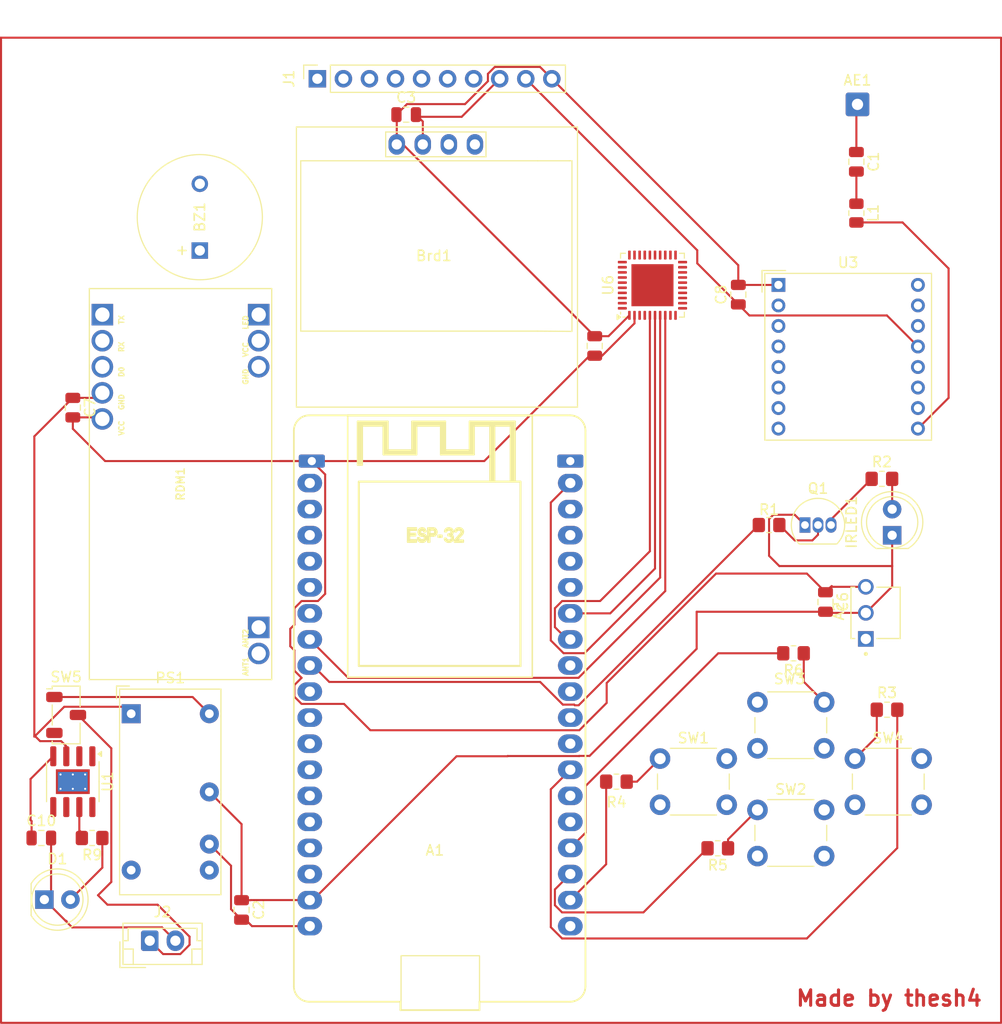
<source format=kicad_pcb>
(kicad_pcb (version 20241229) (generator "pcbnew") (generator_version "9.0")
  (layers (0 "F.Cu" signal) (4 "In1.Cu" signal) (6 "In2.Cu" signal) (2 "B.Cu" signal) (13 "F.Paste" user) (15 "B.Paste" user) (5 "F.SilkS" user "F.Silkscreen") (7 "B.SilkS" user "B.Silkscreen") (1 "F.Mask" user) (3 "B.Mask" user) (25 "Edge.Cuts" user))
  (net 0 "")
  (net 1 "Net-(A1-RX0{slash}GPIO3)")
  (net 2 "Net-(A1-GPIO36{slash}ADC1_CH0{slash}VP)")
  (net 3 "Net-(A1-D5)")
  (net 4 "Net-(A1-ADC1_CH4{slash}D32)")
  (net 5 "Net-(A1-D23)")
  (net 6 "Net-(A1-SD1{slash}GPIO8)")
  (net 7 "Net-(A1-D18)")
  (net 8 "Net-(A1-GPIO10{slash}SD3)")
  (net 9 "Net-(A1-D22{slash}SCL)")
  (net 10 "Net-(A1-5V)")
  (net 13 "Net-(A1-GPIO39{slash}ADC1_CH3{slash}VN)")
  (net 14 "Net-(A1-ADC1_CH5{slash}D33)")
  (net 15 "Net-(A1-SD0{slash}GPIO7)")
  (net 19 "Net-(A1-ADC1_CH6{slash}D34)")
  (net 21 "Net-(A1-TX0{slash}GPIO1)")
  (net 23 "Net-(A1-ADC2_CH6{slash}D14)")
  (net 24 "Net-(A1-DAC1{slash}ADC2_CH8{slash}D25)")
  (net 25 "Net-(A1-ADC2_CH7{slash}D27)")
  (net 26 "Net-(A1-DAC2{slash}ADC2_CH9{slash}D26)")
  (net 27 "Net-(A1-D4)")
  (net 28 "Net-(A1-D19)")
  (net 29 "Net-(A1-ADC2_CH4{slash}D13)")
  (net 30 "Net-(A1-D21{slash}SDA)")
  (net 31 "Net-(A1-ADC1_CH7{slash}D35)")
  (net 32 "Net-(A1-GPIO11{slash}CMD)")
  (net 33 "Net-(D1-Pad2)")
  (net 34 "Net-(IRLED1-A)")
  (net 35 "Net-(A2-VS)")
  (net 36 "Net-(Q1-B)")
  (net 37 "Net-(Q1-C)")
  (net 38 "Net-(R6-Pad1)")
  (net 39 "Net-(R5-Pad1)")
  (net 40 "Net-(R4-Pad1)")
  (net 41 "Net-(R3-Pad1)")
  (net 42 "Net-(U1-~{CHRG})")
  (net 56 "Net-(PS1-+Vin)")
  (net 57 "Net-(A1-D2)")
  (net 64 "Net-(A1-VIN)")
  (net 79 "Net-(U3-ANT)")
  (net 80 "Net-(C1-Pad2)")
  (net 81 "Net-(AE1-A)")
  (net 82 "Net-(A1-GND)")
  (net 83 "Net-(A1-CLK{slash}GPIO6)")
  (net 86 "Net-(SW5-B)")
  (footprint "Connector_Wire:SolderWire-0.5sqmm_1x01_D0.9mm_OD2.3mm" (layer "F.Cu") (at 184.62 65.01)
    (property "Reference" "AE1")
    (property "Value" "Antenna")
  )
  (footprint "Resistor_SMD:R_0805_2012Metric_Pad1.20x1.40mm_HandSolder" (layer "F.Cu") (at 187.5 124)
    (property "Reference" "R3")
    (property "Value" "10K")
  )
  (footprint "Button_Switch_THT:SW_PUSH_6mm" (layer "F.Cu") (at 184.37 128.76)
    (property "Reference" "SW4")
    (property "Value" "Push_Button")
  )
  (footprint "Package_SO:SOIC-8-1EP_3.9x4.9mm_P1.27mm_EP2.41x3.3mm_ThermalVias" (layer "F.Cu") (at 108.12 131.01 -90)
    (property "Reference" "U1")
    (property "Value" "TP4056-42-ESOP8")
  )
  (footprint "Capacitor_SMD:C_0805_2012Metric" (layer "F.Cu") (at 140.62 66.01)
    (property "Reference" "C3")
    (property "Value" "100 nF" (hide yes))
  )
  (footprint "Resistor_SMD:R_0805_2012Metric" (layer "F.Cu") (at 184.5125 75.6025 -90)
    (property "Reference" "L1")
    (property "Value" "BLM21PG331SN1D")
  )
  (footprint "Capacitor_SMD:C_0805_2012Metric" (layer "F.Cu") (at 184.5125 70.6025 -90)
    (property "Reference" "C1")
    (property "Value" "10 pF")
  )
  (footprint "Resistor_SMD:R_0805_2012Metric_Pad1.20x1.40mm_HandSolder" (layer "F.Cu") (at 171 137.5 180)
    (property "Reference" "R5")
    (property "Value" "10K")
  )
  (footprint "RDM6300:RDM6300" (layer "F.Cu") (at 118.62 102.01 90)
    (property "Reference" "RDM1")
    (property "Value" "RDM6300")
  )
  (footprint "Resistor_SMD:R_0805_2012Metric_Pad1.20x1.40mm_HandSolder" (layer "F.Cu") (at 161.12 131.01 180)
    (property "Reference" "R4")
    (property "Value" "10K")
  )
  (footprint "Capacitor_SMD:C_0805_2012Metric" (layer "F.Cu") (at 124.57 143.51 -90)
    (property "Reference" "C2")
    (property "Value" "100 nF")
  )
  (footprint "Package_DFN_QFN:HVQFN-40-1EP_6x6mm_P0.5mm_EP4.1x4.1mm" (layer "F.Cu") (at 164.63 82.63 90)
    (property "Reference" "U6")
    (property "Value" "PN532")
  )
  (footprint "Resistor_SMD:R_0805_2012Metric_Pad1.20x1.40mm_HandSolder" (layer "F.Cu") (at 187 101.5)
    (property "Reference" "R2")
    (property "Value" "100")
  )
  (footprint "Converter_DCDC:Converter_DCDC_XP_POWER-IAxxxxD_THT" (layer "F.Cu") (at 113.81 124.39)
    (property "Reference" "PS1")
    (property "Value" "IA0305D")
  )
  (footprint "Resistor_SMD:R_0805_2012Metric_Pad1.20x1.40mm_HandSolder" (layer "F.Cu") (at 178.38 118.5 180)
    (property "Reference" "R6")
    (property "Value" "10K")
  )
  (footprint "Button_Switch_THT:SW_PUSH_6mm" (layer "F.Cu") (at 174.87 123.26)
    (property "Reference" "SW3")
    (property "Value" "Push_Button")
  )
  (footprint "PCM_SL_Development_Boards:DOIT_ESP32_DEVKIT_36Pins" (layer "F.Cu") (at 143.92 124.77 180)
    (property "Reference" "A1")
    (property "Value" "ESP32_DevKit_V1_DOIT_36GPIOs")
  )
  (footprint "LED_THT:LED_D5.0mm" (layer "F.Cu") (at 105.345 142.5)
    (property "Reference" "D1")
    (property "Value" "LED")
  )
  (footprint "Button_Switch_THT:SW_PUSH_6mm" (layer "F.Cu") (at 174.87 133.76)
    (property "Reference" "SW2")
    (property "Value" "Push_Button")
  )
  (footprint "Connector_PinSocket_2.54mm:PinSocket_1x10_P2.54mm_Vertical" (layer "F.Cu") (at 131.96 62.51 90)
    (property "Reference" "J1")
    (property "Value" "PINHD_1x10_Female")
  )
  (footprint "oled:128x64OLED" (layer "F.Cu") (at 143.32 79.51)
    (property "Reference" "Brd1")
    (property "Value" "SSD1306")
  )
  (footprint "Connector_JST:JST_EH_B2B-EH-A_1x02_P2.50mm_Vertical" (layer "F.Cu") (at 115.62 146.51)
    (property "Reference" "J2")
    (property "Value" "JST_02")
  )
  (footprint "LED_THT:LED_D5.0mm" (layer "F.Cu") (at 188 107 90)
    (property "Reference" "IRLED1")
    (property "Value" "IR 940nm")
  )
  (footprint "Button_Switch_SMD:Nidec_Copal_CAS-120A" (layer "F.Cu") (at 107.47 124.51)
    (property "Reference" "SW5")
    (property "Value" "SW_Nidec_CAS-120A1")
  )
  (footprint "Capacitor_SMD:C_0805_2012Metric" (layer "F.Cu") (at 173 83.55 90)
    (property "Reference" "C8")
    (property "Value" "100 nF")
  )
  (footprint "Buzzer_Beeper:MagneticBuzzer_ProSignal_ABT-410-RC" (layer "F.Cu") (at 120.5 79.25 90)
    (property "Reference" "BZ1")
    (property "Value" "Buzzer_5V")
  )
  (footprint "Resistor_SMD:R_0805_2012Metric_Pad1.20x1.40mm_HandSolder" (layer "F.Cu") (at 110 136.5 180)
    (property "Reference" "R9")
    (property "Value" "1K")
  )
  (footprint "Package_TO_SOT_THT:TO-92_Inline" (layer "F.Cu") (at 179.5 106)
    (property "Reference" "Q1")
    (property "Value" "2N3904")
  )
  (footprint "Capacitor_SMD:C_0805_2012Metric" (layer "F.Cu") (at 159 88.55 90)
    (property "Reference" "C4" (hide yes))
    (property "Value" "100 nF")
  )
  (footprint "Capacitor_SMD:C_0805_2012Metric" (layer "F.Cu") (at 105.05 136.5)
    (property "Reference" "C10")
    (property "Value" "100 nF")
  )
  (footprint "Capacitor_SMD:C_0805_2012Metric" (layer "F.Cu") (at 181.5 113.5 -90)
    (property "Reference" "C6")
    (property "Value" "100 nF")
  )
  (footprint "Resistor_SMD:R_0805_2012Metric_Pad1.20x1.40mm_HandSolder" (layer "F.Cu") (at 176 106)
    (property "Reference" "R1")
    (property "Value" "1K")
  )
  (footprint "Button_Switch_THT:SW_PUSH_6mm" (layer "F.Cu") (at 165.37 128.76)
    (property "Reference" "SW1")
    (property "Value" "Push_Button")
  )
  (footprint "Capacitor_SMD:C_0805_2012Metric" (layer "F.Cu") (at 108.12 94.56 -90)
    (property "Reference" "C7")
    (property "Value" "100 nF")
  )
  (footprint "TSOP38238:XDCR_TSOP38238" (layer "F.Cu") (at 185.4325 114.56 90)
    (property "Reference" "A2")
    (property "Value" "TSOP38238")
  )
  (footprint "RF_Module:HOPERF_RFM9XW_THT" (layer "F.Cu") (at 176.9125 82.6025)
    (property "Reference" "U3")
    (property "Value" "RFM98W-433S2")
  )
  (gr_rect (start 101.12 58.51) (end 198.62 154.51) (stroke (width 0.2)) (fill no) (layer "F.Cu") (net 10))
  (gr_text "Made by thesh4" (at 178.5 153 0) (layer "F.Cu") (effects (font (size 1.5 1.5) (thickness 0.3) (bold yes)) (justify left bottom)))
  (segment (start 131.22 114.78) (end 131.22 114.61) (width 0.2) (layer "F.Cu") (net 4))
  (segment (start 155.96053 118.489) (end 154.717 117.24547) (width 0.2) (layer "F.Cu") (net 5))
  (segment (start 156.32 101.91) (end 156.62 101.91) (width 0.2) (layer "F.Cu") (net 5))
  (segment (start 158.011 118.489) (end 155.96053 118.489) (width 0.2) (layer "F.Cu") (net 5))
  (segment (start 163.25 84.0675) (end 163.25 84.520798) (width 0.2) (layer "F.Cu") (net 5))
  (segment (start 165.38 111.12) (end 158.011 118.489) (width 0.2) (layer "F.Cu") (net 5))
  (segment (start 154.717 103.813) (end 156.62 101.91) (width 0.2) (layer "F.Cu") (net 5))
  (segment (start 154.717 117.24547) (end 154.717 103.813) (width 0.2) (layer "F.Cu") (net 5))
  (segment (start 165.38 85.5675) (end 165.38 111.12) (width 0.2) (layer "F.Cu") (net 5))
  (segment (start 177.38 118.5) (end 171.04384 118.5) (width 0.2) (layer "F.Cu") (net 6))
  (segment (start 171.04384 118.5) (end 158.121 131.42284) (width 0.2) (layer "F.Cu") (net 6))
  (segment (start 158.121 131.42284) (end 158.121 135.969) (width 0.2) (layer "F.Cu") (net 6))
  (segment (start 158.121 135.969) (end 156.62 137.47) (width 0.2) (layer "F.Cu") (net 6))
  (segment (start 156.32 117.15) (end 156.62 117.15) (width 0.2) (layer "F.Cu") (net 7))
  (segment (start 156.32 117.15) (end 156.62 117.15) (width 0.2) (layer "F.Cu") (net 7))
  (segment (start 164.38 85.5675) (end 164.38 108.554315) (width 0.2) (layer "F.Cu") (net 7))
  (segment (start 155.119 115.949) (end 156.32 117.15) (width 0.2) (layer "F.Cu") (net 7))
  (segment (start 155.119 114.11253) (end 155.119 115.949) (width 0.2) (layer "F.Cu") (net 7))
  (segment (start 155.82253 113.409) (end 155.119 114.11253) (width 0.2) (layer "F.Cu") (net 7))
  (segment (start 164.38 108.554315) (end 159.525315 113.409) (width 0.2) (layer "F.Cu") (net 7))
  (segment (start 159.525315 113.409) (end 155.82253 113.409) (width 0.2) (layer "F.Cu") (net 7))
  (segment (start 146.03 66.22) (end 149.74 62.51) (width 0.2) (layer "F.Cu") (net 10))
  (segment (start 142.24 66.68) (end 141.57 66.01) (width 0.2) (layer "F.Cu") (net 10))
  (segment (start 106.215 128.535) (end 104 130.75) (width 0.2) (layer "F.Cu") (net 10))
  (segment (start 104.1 134.85) (end 104.1 136.5) (width 0.2) (layer "F.Cu") (net 10))
  (segment (start 141.57 66.01) (end 141.78 66.22) (width 0.2) (layer "F.Cu") (net 10))
  (segment (start 142.24 68.91) (end 142.24 66.68) (width 0.2) (layer "F.Cu") (net 10))
  (segment (start 104 134.75) (end 104.1 134.85) (width 0.2) (layer "F.Cu") (net 10))
  (segment (start 141.78 66.22) (end 146.03 66.22) (width 0.2) (layer "F.Cu") (net 10))
  (segment (start 104 130.75) (end 104 134.75) (width 0.2) (layer "F.Cu") (net 10))
  (segment (start 165.88 85.5675) (end 165.88 112.42847) (width 0.2) (layer "F.Cu") (net 14))
  (segment (start 157.41747 120.891) (end 134.961 120.891) (width 0.2) (layer "F.Cu") (net 14))
  (segment (start 165.88 112.42847) (end 157.41747 120.891) (width 0.2) (layer "F.Cu") (net 14))
  (segment (start 134.961 120.891) (end 131.22 117.15) (width 0.2) (layer "F.Cu") (net 14))
  (segment (start 163.749 143.751) (end 155.82253 143.751) (width 0.2) (layer "F.Cu") (net 15))
  (segment (start 155.119 143.04747) (end 155.119 141.511) (width 0.2) (layer "F.Cu") (net 15))
  (segment (start 155.82253 143.751) (end 155.119 143.04747) (width 0.2) (layer "F.Cu") (net 15))
  (segment (start 155.119 141.511) (end 156.62 140.01) (width 0.2) (layer "F.Cu") (net 15))
  (segment (start 170 137.5) (end 163.749 143.751) (width 0.2) (layer "F.Cu") (net 15))
  (segment (start 175 106) (end 157.431 123.569) (width 0.2) (layer "F.Cu") (net 24))
  (segment (start 131.52 119.69) (end 131.22 119.69) (width 0.2) (layer "F.Cu") (net 24))
  (segment (start 157 123.5) (end 155.89153 123.5) (width 0.2) (layer "F.Cu") (net 24))
  (segment (start 157.069 123.569) (end 157 123.5) (width 0.2) (layer "F.Cu") (net 24))
  (segment (start 157.431 123.569) (end 157.069 123.569) (width 0.2) (layer "F.Cu") (net 24))
  (segment (start 131.52 119.69) (end 131.22 119.69) (width 0.2) (layer "F.Cu") (net 24))
  (segment (start 155.89153 123.5) (end 153.68253 121.291) (width 0.2) (layer "F.Cu") (net 24))
  (segment (start 153.68253 121.291) (end 133.121 121.291) (width 0.2) (layer "F.Cu") (net 24))
  (segment (start 133.121 121.291) (end 131.52 119.69) (width 0.2) (layer "F.Cu") (net 24))
  (segment (start 164.88 85.5675) (end 164.88 110.241) (width 0.2) (layer "F.Cu") (net 28))
  (segment (start 164.88 110.241) (end 160.511 114.61) (width 0.2) (layer "F.Cu") (net 28))
  (segment (start 160.511 114.61) (end 156.62 114.61) (width 0.2) (layer "F.Cu") (net 28))
  (segment (start 107.885 142.5) (end 111 139.385) (width 0.2) (layer "F.Cu") (net 33))
  (segment (start 111 139.385) (end 111 136.5) (width 0.2) (layer "F.Cu") (net 33))
  (segment (start 188 101.5) (end 188 104.46) (width 0.2) (layer "F.Cu") (net 34))
  (segment (start 129.719 120.18747) (end 129.719 118.213156) (width 0.2) (layer "F.Cu") (net 35))
  (segment (start 185.4325 112.02) (end 182.03 112.02) (width 0.2) (layer "F.Cu") (net 35))
  (segment (start 130.42253 113.409) (end 132.01747 113.409) (width 0.2) (layer "F.Cu") (net 35))
  (segment (start 182.03 112.02) (end 181.5 112.55) (width 0.2) (layer "F.Cu") (net 35))
  (segment (start 162.88 86.345) (end 162.88 85.5675) (width 0.2) (layer "F.Cu") (net 35))
  (segment (start 129.719 122.72747) (end 129.719 121.59453) (width 0.2) (layer "F.Cu") (net 35))
  (segment (start 132.721 101.071) (end 131.42 99.77) (width 0.2) (layer "F.Cu") (net 35))
  (segment (start 134.55747 123.431) (end 130.42253 123.431) (width 0.2) (layer "F.Cu") (net 35))
  (segment (start 182.11 111.94) (end 181.5 112.55) (width 0.2) (layer "F.Cu") (net 35))
  (segment (start 128.27 99.77) (end 131.42 99.77) (width 0.2) (layer "F.Cu") (net 35))
  (segment (start 108.12 95.51) (end 110.85 95.51) (width 0.2) (layer "F.Cu") (net 35))
  (segment (start 130.42253 120.891) (end 129.719 120.18747) (width 0.2) (layer "F.Cu") (net 35))
  (segment (start 157.5 126) (end 137.12647 126) (width 0.2) (layer "F.Cu") (net 35))
  (segment (start 187.4885 85.5785) (end 190.5125 88.6025) (width 0.2) (layer "F.Cu") (net 35))
  (segment (start 179.681 110.731) (end 170.834686 110.731) (width 0.2) (layer "F.Cu") (net 35))
  (segment (start 129.319 117.813155) (end 129.319 116.115314) (width 0.2) (layer "F.Cu") (net 35))
  (segment (start 108.12 96.62) (end 111.27 99.77) (width 0.2) (layer "F.Cu") (net 35))
  (segment (start 173 84.5) (end 169 80.5) (width 0.2) (layer "F.Cu") (net 35))
  (segment (start 159 89.5) (end 158.5 89.5) (width 0.2) (layer "F.Cu") (net 35))
  (segment (start 130.42253 123.431) (end 129.719 122.72747) (width 0.2) (layer "F.Cu") (net 35))
  (segment (start 137.12647 126) (end 134.55747 123.431) (width 0.2) (layer "F.Cu") (net 35))
  (segment (start 170.834686 110.731) (end 160.165685 121.4) (width 0.2) (layer "F.Cu") (net 35))
  (segment (start 129.719 121.59453) (end 130.42253 120.891) (width 0.2) (layer "F.Cu") (net 35))
  (segment (start 174.0785 85.5785) (end 187.4885 85.5785) (width 0.2) (layer "F.Cu") (net 35))
  (segment (start 108.12 95.51) (end 108.12 96.62) (width 0.2) (layer "F.Cu") (net 35))
  (segment (start 110.85 95.51) (end 111 95.66) (width 0.2) (layer "F.Cu") (net 35))
  (segment (start 148.23 99.77) (end 131.42 99.77) (width 0.2) (layer "F.Cu") (net 35))
  (segment (start 181.5 112.55) (end 179.681 110.731) (width 0.2) (layer "F.Cu") (net 35))
  (segment (start 132.721 112.70547) (end 132.721 101.071) (width 0.2) (layer "F.Cu") (net 35))
  (segment (start 173 84.5) (end 174.0785 85.5785) (width 0.2) (layer "F.Cu") (net 35))
  (segment (start 169 79.23) (end 152.28 62.51) (width 0.2) (layer "F.Cu") (net 35))
  (segment (start 159.725 89.5) (end 162.88 86.345) (width 0.2) (layer "F.Cu") (net 35))
  (segment (start 132.01747 113.409) (end 132.721 112.70547) (width 0.2) (layer "F.Cu") (net 35))
  (segment (start 159 89.5) (end 159.725 89.5) (width 0.2) (layer "F.Cu") (net 35))
  (segment (start 160.165685 123.334315) (end 157.5 126) (width 0.2) (layer "F.Cu") (net 35))
  (segment (start 160.165685 121.4) (end 160.165685 123.334315) (width 0.2) (layer "F.Cu") (net 35))
  (segment (start 169 80.5) (end 169 79.23) (width 0.2) (layer "F.Cu") (net 35))
  (segment (start 129.719 115.715314) (end 129.719 114.11253) (width 0.2) (layer "F.Cu") (net 35))
  (segment (start 158.5 89.5) (end 148.23 99.77) (width 0.2) (layer "F.Cu") (net 35))
  (segment (start 129.319 116.115314) (end 129.719 115.715314) (width 0.2) (layer "F.Cu") (net 35))
  (segment (start 129.719 114.11253) (end 130.42253 113.409) (width 0.2) (layer "F.Cu") (net 35))
  (segment (start 111.27 99.77) (end 131.42 99.77) (width 0.2) (layer "F.Cu") (net 35))
  (segment (start 129.719 118.213156) (end 129.319 117.813155) (width 0.2) (layer "F.Cu") (net 35))
  (segment (start 180.77 106.95) (end 180.22 107.5) (width 0.2) (layer "F.Cu") (net 36))
  (segment (start 180.77 106) (end 180.77 106.95) (width 0.2) (layer "F.Cu") (net 36))
  (segment (start 178.5 107.5) (end 177 106) (width 0.2) (layer "F.Cu") (net 36))
  (segment (start 180.22 107.5) (end 178.5 107.5) (width 0.2) (layer "F.Cu") (net 36))
  (segment (start 182.04 106) (end 182.04 105.46) (width 0.2) (layer "F.Cu") (net 37))
  (segment (start 182.04 105.46) (end 186 101.5) (width 0.2) (layer "F.Cu") (net 37))
  (segment (start 179.38 118.5) (end 179.38 121.27) (width 0.2) (layer "F.Cu") (net 38))
  (segment (start 179.38 121.27) (end 181.37 123.26) (width 0.2) (layer "F.Cu") (net 38))
  (segment (start 174.87 133.76) (end 172 136.63) (width 0.2) (layer "F.Cu") (net 39))
  (segment (start 172 136.63) (end 172 137.5) (width 0.2) (layer "F.Cu") (net 39))
  (segment (start 172 137.5) (end 172.361 137.861) (width 0.2) (layer "F.Cu") (net 39))
  (segment (start 165.37 128.76) (end 163.12 131.01) (width 0.2) (layer "F.Cu") (net 40))
  (segment (start 163.12 131.01) (end 162.12 131.01) (width 0.2) (layer "F.Cu") (net 40))
  (segment (start 184.37 128.76) (end 186.5 126.63) (width 0.2) (layer "F.Cu") (net 41))
  (segment (start 186.5 126.63) (end 186.5 124) (width 0.2) (layer "F.Cu") (net 41))
  (segment (start 109 136.5) (end 109 136) (width 0.2) (layer "F.Cu") (net 42))
  (segment (start 109 136) (end 108.755 135.755) (width 0.2) (layer "F.Cu") (net 42))
  (segment (start 108.755 135.755) (end 108.755 133.485) (width 0.2) (layer "F.Cu") (net 42))
  (segment (start 106.32 122.76) (end 119.8 122.76) (width 0.2) (layer "F.Cu") (net 56))
  (segment (start 119.8 122.76) (end 121.43 124.39) (width 0.2) (layer "F.Cu") (net 56))
  (segment (start 188.5 137.469892) (end 179.678892 146.291) (width 0.2) (layer "F.Cu") (net 57))
  (segment (start 154.719 131.751) (end 156.62 129.85) (width 0.2) (layer "F.Cu") (net 57))
  (segment (start 154.719 145.18747) (end 154.719 131.751) (width 0.2) (layer "F.Cu") (net 57))
  (segment (start 188.5 124) (end 188.5 137.469892) (width 0.2) (layer "F.Cu") (net 57))
  (segment (start 179.678892 146.291) (end 155.82253 146.291) (width 0.2) (layer "F.Cu") (net 57))
  (segment (start 155.82253 146.291) (end 154.719 145.18747) (width 0.2) (layer "F.Cu") (net 57))
  (segment (start 124.96 144.46) (end 125.59 145.09) (width 0.2) (layer "F.Cu") (net 64))
  (segment (start 124.57 144.46) (end 123.544 143.434) (width 0.2) (layer "F.Cu") (net 64))
  (segment (start 125.59 145.09) (end 131.22 145.09) (width 0.2) (layer "F.Cu") (net 64))
  (segment (start 124.57 144.46) (end 124.96 144.46) (width 0.2) (layer "F.Cu") (net 64))
  (segment (start 123.544 139.204) (end 121.43 137.09) (width 0.2) (layer "F.Cu") (net 64))
  (segment (start 123.544 143.434) (end 123.544 139.204) (width 0.2) (layer "F.Cu") (net 64))
  (segment (start 189.015 76.515) (end 184.5125 76.515) (width 0.2) (layer "F.Cu") (net 79))
  (segment (start 193.5 93.615) (end 193.5 81) (width 0.2) (layer "F.Cu") (net 79))
  (segment (start 190.5125 96.6025) (end 193.5 93.615) (width 0.2) (layer "F.Cu") (net 79))
  (segment (start 193.5 81) (end 189.015 76.515) (width 0.2) (layer "F.Cu") (net 79))
  (segment (start 184.5125 74.69) (end 184.5125 71.5525) (width 0.2) (layer "F.Cu") (net 80))
  (segment (start 184.5125 65.1175) (end 184.62 65.01) (width 0.2) (layer "F.Cu") (net 81))
  (segment (start 184.5125 69.6525) (end 184.5125 65.1175) (width 0.2) (layer "F.Cu") (net 81))
  (segment (start 140.31 68.91) (end 139.7 68.91) (width 0.2) (layer "F.Cu") (net 82))
  (segment (start 106 136.5) (end 106 141.845) (width 0.2) (layer "F.Cu") (net 82))
  (segment (start 107.485 128.535) (end 107.485 127.560001) (width 0.2) (layer "F.Cu") (net 82))
  (segment (start 158.5 128.5) (end 157.5 128.5) (width 0.2) (layer "F.Cu") (net 82))
  (segment (start 173.0025 82.6025) (end 173 82.6) (width 0.2) (layer "F.Cu") (net 82))
  (segment (start 146.35376 64.984) (end 148.589 62.74876) (width 0.2) (layer "F.Cu") (net 82))
  (segment (start 139.7 66.04) (end 139.67 66.01) (width 0.2) (layer "F.Cu") (net 82))
  (segment (start 178.5 105) (end 176.41384 105) (width 0.2) (layer "F.Cu") (net 82))
  (segment (start 124.57 142.56) (end 125.44 142.56) (width 0.2) (layer "F.Cu") (net 82))
  (segment (start 150.511 128.511) (end 150.487 128.535) (width 0.2) (layer "F.Cu") (net 82))
  (segment (start 150.487 128.535) (end 145.535 128.535) (width 0.2) (layer "F.Cu") (net 82))
  (segment (start 168.93847 118.06153) (end 158.5 128.5) (width 0.2) (layer "F.Cu") (net 82))
  (segment (start 148.589 62.03324) (end 149.26324 61.359) (width 0.2) (layer "F.Cu") (net 82))
  (segment (start 188 107) (end 188 110) (width 0.2) (layer "F.Cu") (net 82))
  (segment (start 125.45 142.55) (end 131.22 142.55) (width 0.2) (layer "F.Cu") (net 82))
  (segment (start 176 105.41384) (end 176 109) (width 0.2) (layer "F.Cu") (net 82))
  (segment (start 140.696 64.984) (end 146.35376 64.984) (width 0.2) (layer "F.Cu") (net 82))
  (segment (start 188 111.9925) (end 185.4325 114.56) (width 0.2) (layer "F.Cu") (net 82))
  (segment (start 176.41384 105) (end 176 105.41384) (width 0.2) (layer "F.Cu") (net 82))
  (segment (start 153.669 61.359) (end 154.82 62.51) (width 0.2) (layer "F.Cu") (net 82))
  (segment (start 176 109) (end 177 110) (width 0.2) (layer "F.Cu") (net 82))
  (segment (start 116.819 145.209) (end 118.12 146.51) (width 0.2) (layer "F.Cu") (net 82))
  (segment (start 108.12 93.61) (end 104.369 97.361) (width 0.2) (layer "F.Cu") (net 82))
  (segment (start 168.93847 114.45) (end 168.93847 118.06153) (width 0.2) (layer "F.Cu") (net 82))
  (segment (start 145.535 128.535) (end 131.52 142.55) (width 0.2) (layer "F.Cu") (net 82))
  (segment (start 185.4325 114.56) (end 181.61 114.56) (width 0.2) (layer "F.Cu") (net 82))
  (segment (start 139.7 68.91) (end 139.7 66.04) (width 0.2) (layer "F.Cu") (net 82))
  (segment (start 106 141.845) (end 105.345 142.5) (width 0.2) (layer "F.Cu") (net 82))
  (segment (start 104.93 127.061) (end 104.369 126.5) (width 0.2) (layer "F.Cu") (net 82))
  (segment (start 181.61 114.56) (end 181.5 114.45) (width 0.2) (layer "F.Cu") (net 82))
  (segment (start 124.57 135.15) (end 124.57 142.56) (width 0.2) (layer "F.Cu") (net 82))
  (segment (start 107.4225 144.5775) (end 108.054 145.209) (width 0.2) (layer "F.Cu") (net 82))
  (segment (start 173 80.69) (end 154.82 62.51) (width 0.2) (layer "F.Cu") (net 82))
  (segment (start 157.489 128.511) (end 150.511 128.511) (width 0.2) (layer "F.Cu") (net 82))
  (segment (start 106.985999 127.061) (end 104.93 127.061) (width 0.2) (layer "F.Cu") (net 82))
  (segment (start 108.12 93.61) (end 110.51 93.61) (width 0.2) (layer "F.Cu") (net 82))
  (segment (start 110.51 93.61) (end 111 93.12) (width 0.2) (layer "F.Cu") (net 82))
  (segment (start 107.485 127.560001) (end 106.985999 127.061) (width 0.2) (layer "F.Cu") (net 82))
  (segment (start 159 87.6) (end 140.31 68.91) (width 0.2) (layer "F.Cu") (net 82))
  (segment (start 176.9125 82.6025) (end 173.0025 82.6025) (width 0.2) (layer "F.Cu") (net 82))
  (segment (start 104.369 126.62484) (end 107.28484 123.709) (width 0.2) (layer "F.Cu") (net 82))
  (segment (start 131.52 142.55) (end 131.22 142.55) (width 0.2) (layer "F.Cu") (net 82))
  (segment (start 157.5 128.5) (end 157.489 128.511) (width 0.2) (layer "F.Cu") (net 82))
  (segment (start 125.44 142.56) (end 125.45 142.55) (width 0.2) (layer "F.Cu") (net 82))
  (segment (start 188 110) (end 188 111.9925) (width 0.2) (layer "F.Cu") (net 82))
  (segment (start 139.67 66.01) (end 140.696 64.984) (width 0.2) (layer "F.Cu") (net 82))
  (segment (start 108.054 145.209) (end 116.819 145.209) (width 0.2) (layer "F.Cu") (net 82))
  (segment (start 113.129 123.709) (end 113.81 124.39) (width 0.2) (layer "F.Cu") (net 82))
  (segment (start 179.5 106) (end 178.5 105) (width 0.2) (layer "F.Cu") (net 82))
  (segment (start 121.43 132.01) (end 124.57 135.15) (width 0.2) (layer "F.Cu") (net 82))
  (segment (start 107.505971 144.5775) (end 107.4225 144.5775) (width 0.2) (layer "F.Cu") (net 82))
  (segment (start 104.369 126.5) (end 104.369 126.62484) (width 0.2) (layer "F.Cu") (net 82))
  (segment (start 173 82.6) (end 173 80.69) (width 0.2) (layer "F.Cu") (net 82))
  (segment (start 149.26324 61.359) (end 153.669 61.359) (width 0.2) (layer "F.Cu") (net 82))
  (segment (start 148.589 62.74876) (end 148.589 62.03324) (width 0.2) (layer "F.Cu") (net 82))
  (segment (start 177 110) (end 188 110) (width 0.2) (layer "F.Cu") (net 82))
  (segment (start 104.369 97.361) (end 104.369 126.5) (width 0.2) (layer "F.Cu") (net 82))
  (segment (start 160.3475 87.6) (end 162.38 85.5675) (width 0.2) (layer "F.Cu") (net 82))
  (segment (start 105.345 142.5) (end 107.4225 144.5775) (width 0.2) (layer "F.Cu") (net 82))
  (segment (start 159 87.6) (end 160.3475 87.6) (width 0.2) (layer "F.Cu") (net 82))
  (segment (start 107.28484 123.709) (end 113.129 123.709) (width 0.2) (layer "F.Cu") (net 82))
  (segment (start 181.5 114.45) (end 168.93847 114.45) (width 0.2) (layer "F.Cu") (net 82))
  (segment (start 160.12 131.01) (end 160.12 139.05) (width 0.2) (layer "F.Cu") (net 83))
  (segment (start 160.12 139.05) (end 156.62 142.55) (width 0.2) (layer "F.Cu") (net 83))
  (segment (start 115.62 146.51) (end 116.921 147.811) (width 0.2) (layer "F.Cu") (net 86))
  (segment (start 119.5 146.11224) (end 116.38776 143) (width 0.2) (layer "F.Cu") (net 86))
  (segment (start 111.871 127.761) (end 108.62 124.51) (width 0.2) (layer "F.Cu") (net 86))
  (segment (start 111.871 140.780985) (end 111.871 127.761) (width 0.2) (layer "F.Cu") (net 86))
  (segment (start 118.59676 147.811) (end 119.5 146.90776) (width 0.2) (layer "F.Cu") (net 86))
  (segment (start 116.921 147.811) (end 118.59676 147.811) (width 0.2) (layer "F.Cu") (net 86))
  (segment (start 110.575992 142.075993) (end 111.871 140.780985) (width 0.2) (layer "F.Cu") (net 86))
  (segment (start 116.38776 143) (end 111.5 143) (width 0.2) (layer "F.Cu") (net 86))
  (segment (start 119.5 146.90776) (end 119.5 146.11224) (width 0.2) (layer "F.Cu") (net 86))
  (segment (start 111.5 143) (end 110.575992 142.075993) (width 0.2) (layer "F.Cu") (net 86))
)
</source>
